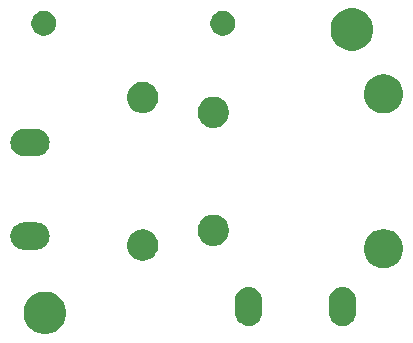
<source format=gbr>
G04 #@! TF.GenerationSoftware,KiCad,Pcbnew,(5.1.0)-1*
G04 #@! TF.CreationDate,2019-06-01T21:15:29-04:00*
G04 #@! TF.ProjectId,power,706f7765-722e-46b6-9963-61645f706362,rev?*
G04 #@! TF.SameCoordinates,Original*
G04 #@! TF.FileFunction,Soldermask,Top*
G04 #@! TF.FilePolarity,Negative*
%FSLAX46Y46*%
G04 Gerber Fmt 4.6, Leading zero omitted, Abs format (unit mm)*
G04 Created by KiCad (PCBNEW (5.1.0)-1) date 2019-06-01 21:15:29*
%MOMM*%
%LPD*%
G04 APERTURE LIST*
%ADD10C,0.100000*%
G04 APERTURE END LIST*
D10*
G36*
X81793331Y-74784211D02*
G01*
X82121092Y-74919974D01*
X82416070Y-75117072D01*
X82666928Y-75367930D01*
X82864026Y-75662908D01*
X82999789Y-75990669D01*
X83069000Y-76338616D01*
X83069000Y-76693384D01*
X82999789Y-77041331D01*
X82864026Y-77369092D01*
X82666928Y-77664070D01*
X82416070Y-77914928D01*
X82121092Y-78112026D01*
X81793331Y-78247789D01*
X81445384Y-78317000D01*
X81090616Y-78317000D01*
X80742669Y-78247789D01*
X80414908Y-78112026D01*
X80119930Y-77914928D01*
X79869072Y-77664070D01*
X79671974Y-77369092D01*
X79536211Y-77041331D01*
X79467000Y-76693384D01*
X79467000Y-76338616D01*
X79536211Y-75990669D01*
X79671974Y-75662908D01*
X79869072Y-75367930D01*
X80119930Y-75117072D01*
X80414908Y-74919974D01*
X80742669Y-74784211D01*
X81090616Y-74715000D01*
X81445384Y-74715000D01*
X81793331Y-74784211D01*
X81793331Y-74784211D01*
G37*
G36*
X98754635Y-74311654D02*
G01*
X98971600Y-74377470D01*
X98971602Y-74377471D01*
X99171555Y-74484347D01*
X99346818Y-74628182D01*
X99490653Y-74803445D01*
X99597529Y-75003398D01*
X99597530Y-75003400D01*
X99663346Y-75220365D01*
X99680000Y-75389457D01*
X99680000Y-76502543D01*
X99663346Y-76671635D01*
X99656749Y-76693383D01*
X99597529Y-76888602D01*
X99490653Y-77088555D01*
X99411652Y-77184817D01*
X99346818Y-77263818D01*
X99218540Y-77369092D01*
X99171553Y-77407653D01*
X98971601Y-77514529D01*
X98971599Y-77514530D01*
X98754634Y-77580346D01*
X98529000Y-77602569D01*
X98303365Y-77580346D01*
X98086400Y-77514530D01*
X98086398Y-77514529D01*
X97886445Y-77407653D01*
X97790183Y-77328652D01*
X97711182Y-77263818D01*
X97567348Y-77088554D01*
X97542107Y-77041331D01*
X97460471Y-76888601D01*
X97394655Y-76671635D01*
X97394654Y-76671634D01*
X97378000Y-76502542D01*
X97378000Y-75389457D01*
X97394654Y-75220365D01*
X97460470Y-75003400D01*
X97460471Y-75003398D01*
X97567347Y-74803446D01*
X97711183Y-74628182D01*
X97886446Y-74484347D01*
X98086399Y-74377471D01*
X98086401Y-74377470D01*
X98303366Y-74311654D01*
X98529000Y-74289431D01*
X98754635Y-74311654D01*
X98754635Y-74311654D01*
G37*
G36*
X106674635Y-74311654D02*
G01*
X106891600Y-74377470D01*
X106891602Y-74377471D01*
X107091555Y-74484347D01*
X107266818Y-74628182D01*
X107410653Y-74803445D01*
X107517529Y-75003398D01*
X107517530Y-75003400D01*
X107583346Y-75220365D01*
X107600000Y-75389457D01*
X107600000Y-76502543D01*
X107583346Y-76671635D01*
X107576749Y-76693383D01*
X107517529Y-76888602D01*
X107410653Y-77088555D01*
X107331652Y-77184817D01*
X107266818Y-77263818D01*
X107138540Y-77369092D01*
X107091553Y-77407653D01*
X106891601Y-77514529D01*
X106891599Y-77514530D01*
X106674634Y-77580346D01*
X106449000Y-77602569D01*
X106223365Y-77580346D01*
X106006400Y-77514530D01*
X106006398Y-77514529D01*
X105806445Y-77407653D01*
X105710183Y-77328652D01*
X105631182Y-77263818D01*
X105487348Y-77088554D01*
X105462107Y-77041331D01*
X105380471Y-76888601D01*
X105314655Y-76671635D01*
X105314654Y-76671634D01*
X105298000Y-76502542D01*
X105298000Y-75389457D01*
X105314654Y-75220365D01*
X105380470Y-75003400D01*
X105380471Y-75003398D01*
X105487347Y-74803446D01*
X105631183Y-74628182D01*
X105806446Y-74484347D01*
X106006399Y-74377471D01*
X106006401Y-74377470D01*
X106223366Y-74311654D01*
X106449000Y-74289431D01*
X106674635Y-74311654D01*
X106674635Y-74311654D01*
G37*
G36*
X110315757Y-69461298D02*
G01*
X110422080Y-69482447D01*
X110603032Y-69557400D01*
X110704297Y-69599345D01*
X110722543Y-69606903D01*
X110992952Y-69787585D01*
X111222916Y-70017549D01*
X111361954Y-70225634D01*
X111403599Y-70287960D01*
X111528054Y-70588422D01*
X111590053Y-70900107D01*
X111591501Y-70907391D01*
X111591501Y-71232609D01*
X111528054Y-71551579D01*
X111403598Y-71852042D01*
X111222916Y-72122451D01*
X110992952Y-72352415D01*
X110722543Y-72533097D01*
X110422080Y-72657553D01*
X110315757Y-72678702D01*
X110103112Y-72721000D01*
X109777890Y-72721000D01*
X109565245Y-72678702D01*
X109458922Y-72657553D01*
X109158459Y-72533097D01*
X108888050Y-72352415D01*
X108658086Y-72122451D01*
X108477404Y-71852042D01*
X108352948Y-71551579D01*
X108289501Y-71232609D01*
X108289501Y-70907391D01*
X108290950Y-70900107D01*
X108352948Y-70588422D01*
X108477403Y-70287960D01*
X108519048Y-70225634D01*
X108658086Y-70017549D01*
X108888050Y-69787585D01*
X109158459Y-69606903D01*
X109176706Y-69599345D01*
X109277970Y-69557400D01*
X109458922Y-69482447D01*
X109565245Y-69461298D01*
X109777890Y-69419000D01*
X110103112Y-69419000D01*
X110315757Y-69461298D01*
X110315757Y-69461298D01*
G37*
G36*
X89798215Y-69474382D02*
G01*
X89925823Y-69499765D01*
X90064961Y-69557398D01*
X90166228Y-69599344D01*
X90238022Y-69647315D01*
X90382590Y-69743912D01*
X90566589Y-69927911D01*
X90614757Y-70000000D01*
X90711157Y-70144273D01*
X90744858Y-70225635D01*
X90810736Y-70384678D01*
X90836118Y-70512285D01*
X90861501Y-70639891D01*
X90861501Y-70900109D01*
X90849259Y-70961652D01*
X90810736Y-71155322D01*
X90752404Y-71296148D01*
X90711157Y-71395727D01*
X90711156Y-71395728D01*
X90566589Y-71612089D01*
X90382590Y-71796088D01*
X90298851Y-71852040D01*
X90166228Y-71940656D01*
X90066649Y-71981903D01*
X89925823Y-72040235D01*
X89798215Y-72065618D01*
X89670610Y-72091000D01*
X89410392Y-72091000D01*
X89282787Y-72065618D01*
X89155179Y-72040235D01*
X89014353Y-71981903D01*
X88914774Y-71940656D01*
X88782151Y-71852040D01*
X88698412Y-71796088D01*
X88514413Y-71612089D01*
X88369846Y-71395728D01*
X88369845Y-71395727D01*
X88328598Y-71296148D01*
X88270266Y-71155322D01*
X88231743Y-70961652D01*
X88219501Y-70900109D01*
X88219501Y-70639891D01*
X88244884Y-70512285D01*
X88270266Y-70384678D01*
X88336144Y-70225635D01*
X88369845Y-70144273D01*
X88466245Y-70000000D01*
X88514413Y-69927911D01*
X88698412Y-69743912D01*
X88842980Y-69647315D01*
X88914774Y-69599344D01*
X89016041Y-69557398D01*
X89155179Y-69499765D01*
X89282787Y-69474382D01*
X89410392Y-69449000D01*
X89670610Y-69449000D01*
X89798215Y-69474382D01*
X89798215Y-69474382D01*
G37*
G36*
X80679271Y-68860103D02*
G01*
X80735635Y-68865654D01*
X80952600Y-68931470D01*
X80952602Y-68931471D01*
X81152555Y-69038347D01*
X81327818Y-69182182D01*
X81471653Y-69357445D01*
X81538467Y-69482447D01*
X81578530Y-69557400D01*
X81644346Y-69774365D01*
X81666569Y-70000000D01*
X81644346Y-70225635D01*
X81596101Y-70384678D01*
X81578529Y-70442602D01*
X81471653Y-70642555D01*
X81327818Y-70817818D01*
X81152555Y-70961653D01*
X80952602Y-71068529D01*
X80952600Y-71068530D01*
X80735635Y-71134346D01*
X80679271Y-71139897D01*
X80566545Y-71151000D01*
X79453455Y-71151000D01*
X79340729Y-71139897D01*
X79284365Y-71134346D01*
X79067400Y-71068530D01*
X79067398Y-71068529D01*
X78867445Y-70961653D01*
X78692182Y-70817818D01*
X78548347Y-70642555D01*
X78441471Y-70442602D01*
X78423900Y-70384678D01*
X78375654Y-70225635D01*
X78353431Y-70000000D01*
X78375654Y-69774365D01*
X78441470Y-69557400D01*
X78481533Y-69482447D01*
X78548347Y-69357445D01*
X78692182Y-69182182D01*
X78867445Y-69038347D01*
X79067398Y-68931471D01*
X79067400Y-68931470D01*
X79284365Y-68865654D01*
X79340729Y-68860103D01*
X79453455Y-68849000D01*
X80566545Y-68849000D01*
X80679271Y-68860103D01*
X80679271Y-68860103D01*
G37*
G36*
X95798216Y-68224383D02*
G01*
X95925823Y-68249765D01*
X96066649Y-68308097D01*
X96166228Y-68349344D01*
X96166229Y-68349345D01*
X96382590Y-68493912D01*
X96566589Y-68677911D01*
X96663186Y-68822479D01*
X96711157Y-68894273D01*
X96752404Y-68993852D01*
X96810736Y-69134678D01*
X96861501Y-69389893D01*
X96861501Y-69650107D01*
X96810736Y-69905322D01*
X96771519Y-70000000D01*
X96711157Y-70145727D01*
X96711156Y-70145728D01*
X96566589Y-70362089D01*
X96382590Y-70546088D01*
X96319232Y-70588422D01*
X96166228Y-70690656D01*
X96066649Y-70731903D01*
X95925823Y-70790235D01*
X95798215Y-70815618D01*
X95670610Y-70841000D01*
X95410392Y-70841000D01*
X95282787Y-70815618D01*
X95155179Y-70790235D01*
X95014353Y-70731903D01*
X94914774Y-70690656D01*
X94761770Y-70588422D01*
X94698412Y-70546088D01*
X94514413Y-70362089D01*
X94369846Y-70145728D01*
X94369845Y-70145727D01*
X94309483Y-70000000D01*
X94270266Y-69905322D01*
X94219501Y-69650107D01*
X94219501Y-69389893D01*
X94270266Y-69134678D01*
X94328598Y-68993852D01*
X94369845Y-68894273D01*
X94417816Y-68822479D01*
X94514413Y-68677911D01*
X94698412Y-68493912D01*
X94914773Y-68349345D01*
X94914774Y-68349344D01*
X95014353Y-68308097D01*
X95155179Y-68249765D01*
X95282786Y-68224383D01*
X95410392Y-68199000D01*
X95670610Y-68199000D01*
X95798216Y-68224383D01*
X95798216Y-68224383D01*
G37*
G36*
X80679271Y-60940103D02*
G01*
X80735635Y-60945654D01*
X80952600Y-61011470D01*
X80952602Y-61011471D01*
X81152555Y-61118347D01*
X81327818Y-61262182D01*
X81471653Y-61437445D01*
X81578529Y-61637398D01*
X81644346Y-61854366D01*
X81666569Y-62080000D01*
X81644346Y-62305634D01*
X81578529Y-62522602D01*
X81471653Y-62722555D01*
X81327818Y-62897818D01*
X81152555Y-63041653D01*
X80952602Y-63148529D01*
X80952600Y-63148530D01*
X80735635Y-63214346D01*
X80679271Y-63219897D01*
X80566545Y-63231000D01*
X79453455Y-63231000D01*
X79340729Y-63219897D01*
X79284365Y-63214346D01*
X79067400Y-63148530D01*
X79067398Y-63148529D01*
X78867445Y-63041653D01*
X78692182Y-62897818D01*
X78548347Y-62722555D01*
X78441471Y-62522602D01*
X78375654Y-62305634D01*
X78353431Y-62080000D01*
X78375654Y-61854366D01*
X78441471Y-61637398D01*
X78548347Y-61437445D01*
X78692182Y-61262182D01*
X78867445Y-61118347D01*
X79067398Y-61011471D01*
X79067400Y-61011470D01*
X79284365Y-60945654D01*
X79340729Y-60940103D01*
X79453455Y-60929000D01*
X80566545Y-60929000D01*
X80679271Y-60940103D01*
X80679271Y-60940103D01*
G37*
G36*
X95798215Y-58224382D02*
G01*
X95925823Y-58249765D01*
X96066649Y-58308097D01*
X96166228Y-58349344D01*
X96166229Y-58349345D01*
X96382590Y-58493912D01*
X96566589Y-58677911D01*
X96616120Y-58752040D01*
X96711157Y-58894273D01*
X96752404Y-58993852D01*
X96810736Y-59134678D01*
X96861501Y-59389893D01*
X96861501Y-59650107D01*
X96810736Y-59905322D01*
X96752404Y-60046148D01*
X96711157Y-60145727D01*
X96711156Y-60145728D01*
X96566589Y-60362089D01*
X96382590Y-60546088D01*
X96238022Y-60642685D01*
X96166228Y-60690656D01*
X96066649Y-60731903D01*
X95925823Y-60790235D01*
X95798215Y-60815618D01*
X95670610Y-60841000D01*
X95410392Y-60841000D01*
X95282787Y-60815618D01*
X95155179Y-60790235D01*
X95014353Y-60731903D01*
X94914774Y-60690656D01*
X94842980Y-60642685D01*
X94698412Y-60546088D01*
X94514413Y-60362089D01*
X94369846Y-60145728D01*
X94369845Y-60145727D01*
X94328598Y-60046148D01*
X94270266Y-59905322D01*
X94219501Y-59650107D01*
X94219501Y-59389893D01*
X94270266Y-59134678D01*
X94328598Y-58993852D01*
X94369845Y-58894273D01*
X94464882Y-58752040D01*
X94514413Y-58677911D01*
X94698412Y-58493912D01*
X94914773Y-58349345D01*
X94914774Y-58349344D01*
X95014353Y-58308097D01*
X95155179Y-58249765D01*
X95282787Y-58224382D01*
X95410392Y-58199000D01*
X95670610Y-58199000D01*
X95798215Y-58224382D01*
X95798215Y-58224382D01*
G37*
G36*
X110315757Y-56361298D02*
G01*
X110422080Y-56382447D01*
X110722543Y-56506903D01*
X110992952Y-56687585D01*
X111222916Y-56917549D01*
X111403598Y-57187958D01*
X111403599Y-57187960D01*
X111528054Y-57488422D01*
X111591501Y-57807389D01*
X111591501Y-58132611D01*
X111578295Y-58199000D01*
X111528054Y-58451579D01*
X111403598Y-58752042D01*
X111222916Y-59022451D01*
X110992952Y-59252415D01*
X110722543Y-59433097D01*
X110722542Y-59433098D01*
X110722541Y-59433098D01*
X110704294Y-59440656D01*
X110422080Y-59557553D01*
X110315757Y-59578702D01*
X110103112Y-59621000D01*
X109777890Y-59621000D01*
X109565245Y-59578702D01*
X109458922Y-59557553D01*
X109176708Y-59440656D01*
X109158461Y-59433098D01*
X109158460Y-59433098D01*
X109158459Y-59433097D01*
X108888050Y-59252415D01*
X108658086Y-59022451D01*
X108477404Y-58752042D01*
X108352948Y-58451579D01*
X108302707Y-58199000D01*
X108289501Y-58132611D01*
X108289501Y-57807389D01*
X108352948Y-57488422D01*
X108477403Y-57187960D01*
X108477404Y-57187958D01*
X108658086Y-56917549D01*
X108888050Y-56687585D01*
X109158459Y-56506903D01*
X109458922Y-56382447D01*
X109565245Y-56361298D01*
X109777890Y-56319000D01*
X110103112Y-56319000D01*
X110315757Y-56361298D01*
X110315757Y-56361298D01*
G37*
G36*
X89798215Y-56974382D02*
G01*
X89925823Y-56999765D01*
X90066649Y-57058097D01*
X90166228Y-57099344D01*
X90166229Y-57099345D01*
X90382590Y-57243912D01*
X90566589Y-57427911D01*
X90607020Y-57488421D01*
X90711157Y-57644273D01*
X90752404Y-57743852D01*
X90810736Y-57884678D01*
X90810736Y-57884680D01*
X90860053Y-58132609D01*
X90861501Y-58139893D01*
X90861501Y-58400107D01*
X90810736Y-58655322D01*
X90770674Y-58752040D01*
X90711157Y-58895727D01*
X90711156Y-58895728D01*
X90566589Y-59112089D01*
X90382590Y-59296088D01*
X90242203Y-59389891D01*
X90166228Y-59440656D01*
X90066649Y-59481903D01*
X89925823Y-59540235D01*
X89798215Y-59565618D01*
X89670610Y-59591000D01*
X89410392Y-59591000D01*
X89282787Y-59565618D01*
X89155179Y-59540235D01*
X89014353Y-59481903D01*
X88914774Y-59440656D01*
X88838799Y-59389891D01*
X88698412Y-59296088D01*
X88514413Y-59112089D01*
X88369846Y-58895728D01*
X88369845Y-58895727D01*
X88310328Y-58752040D01*
X88270266Y-58655322D01*
X88219501Y-58400107D01*
X88219501Y-58139893D01*
X88220950Y-58132609D01*
X88270266Y-57884680D01*
X88270266Y-57884678D01*
X88328598Y-57743852D01*
X88369845Y-57644273D01*
X88473982Y-57488421D01*
X88514413Y-57427911D01*
X88698412Y-57243912D01*
X88914773Y-57099345D01*
X88914774Y-57099344D01*
X89014353Y-57058097D01*
X89155179Y-56999765D01*
X89282787Y-56974382D01*
X89410392Y-56949000D01*
X89670610Y-56949000D01*
X89798215Y-56974382D01*
X89798215Y-56974382D01*
G37*
G36*
X107793331Y-50784211D02*
G01*
X108121092Y-50919974D01*
X108416070Y-51117072D01*
X108666928Y-51367930D01*
X108864026Y-51662908D01*
X108999789Y-51990669D01*
X109069000Y-52338616D01*
X109069000Y-52693384D01*
X108999789Y-53041331D01*
X108864026Y-53369092D01*
X108666928Y-53664070D01*
X108416070Y-53914928D01*
X108121092Y-54112026D01*
X107793331Y-54247789D01*
X107445384Y-54317000D01*
X107090616Y-54317000D01*
X106742669Y-54247789D01*
X106414908Y-54112026D01*
X106119930Y-53914928D01*
X105869072Y-53664070D01*
X105671974Y-53369092D01*
X105536211Y-53041331D01*
X105467000Y-52693384D01*
X105467000Y-52338616D01*
X105536211Y-51990669D01*
X105671974Y-51662908D01*
X105869072Y-51367930D01*
X106119930Y-51117072D01*
X106414908Y-50919974D01*
X106742669Y-50784211D01*
X107090616Y-50715000D01*
X107445384Y-50715000D01*
X107793331Y-50784211D01*
X107793331Y-50784211D01*
G37*
G36*
X81476564Y-50989389D02*
G01*
X81667833Y-51068615D01*
X81667835Y-51068616D01*
X81740354Y-51117072D01*
X81839973Y-51183635D01*
X81986365Y-51330027D01*
X82101385Y-51502167D01*
X82180611Y-51693436D01*
X82221000Y-51896484D01*
X82221000Y-52103516D01*
X82180611Y-52306564D01*
X82167334Y-52338617D01*
X82101384Y-52497835D01*
X81986365Y-52669973D01*
X81839973Y-52816365D01*
X81667835Y-52931384D01*
X81667834Y-52931385D01*
X81667833Y-52931385D01*
X81476564Y-53010611D01*
X81273516Y-53051000D01*
X81066484Y-53051000D01*
X80863436Y-53010611D01*
X80672167Y-52931385D01*
X80672166Y-52931385D01*
X80672165Y-52931384D01*
X80500027Y-52816365D01*
X80353635Y-52669973D01*
X80238616Y-52497835D01*
X80172666Y-52338617D01*
X80159389Y-52306564D01*
X80119000Y-52103516D01*
X80119000Y-51896484D01*
X80159389Y-51693436D01*
X80238615Y-51502167D01*
X80353635Y-51330027D01*
X80500027Y-51183635D01*
X80599646Y-51117072D01*
X80672165Y-51068616D01*
X80672167Y-51068615D01*
X80863436Y-50989389D01*
X81066484Y-50949000D01*
X81273516Y-50949000D01*
X81476564Y-50989389D01*
X81476564Y-50989389D01*
G37*
G36*
X96636564Y-50989389D02*
G01*
X96827833Y-51068615D01*
X96827835Y-51068616D01*
X96900354Y-51117072D01*
X96999973Y-51183635D01*
X97146365Y-51330027D01*
X97261385Y-51502167D01*
X97340611Y-51693436D01*
X97381000Y-51896484D01*
X97381000Y-52103516D01*
X97340611Y-52306564D01*
X97327334Y-52338617D01*
X97261384Y-52497835D01*
X97146365Y-52669973D01*
X96999973Y-52816365D01*
X96827835Y-52931384D01*
X96827834Y-52931385D01*
X96827833Y-52931385D01*
X96636564Y-53010611D01*
X96433516Y-53051000D01*
X96226484Y-53051000D01*
X96023436Y-53010611D01*
X95832167Y-52931385D01*
X95832166Y-52931385D01*
X95832165Y-52931384D01*
X95660027Y-52816365D01*
X95513635Y-52669973D01*
X95398616Y-52497835D01*
X95332666Y-52338617D01*
X95319389Y-52306564D01*
X95279000Y-52103516D01*
X95279000Y-51896484D01*
X95319389Y-51693436D01*
X95398615Y-51502167D01*
X95513635Y-51330027D01*
X95660027Y-51183635D01*
X95759646Y-51117072D01*
X95832165Y-51068616D01*
X95832167Y-51068615D01*
X96023436Y-50989389D01*
X96226484Y-50949000D01*
X96433516Y-50949000D01*
X96636564Y-50989389D01*
X96636564Y-50989389D01*
G37*
M02*

</source>
